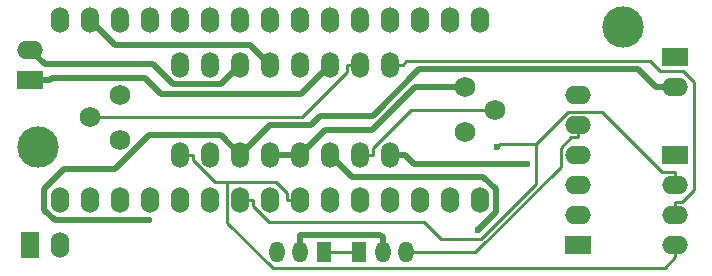
<source format=gbr>
G04 #@! TF.FileFunction,Copper,L1,Top,Signal*
%FSLAX46Y46*%
G04 Gerber Fmt 4.6, Leading zero omitted, Abs format (unit mm)*
G04 Created by KiCad (PCBNEW 0.201506222247+5806~23~ubuntu14.04.1-product) date mar 23 giu 2015 18:59:40 CEST*
%MOMM*%
G01*
G04 APERTURE LIST*
%ADD10C,0.200000*%
%ADD11O,1.501140X2.199640*%
%ADD12C,1.750060*%
%ADD13R,2.199640X1.524000*%
%ADD14O,2.199640X1.524000*%
%ADD15R,1.300000X1.800000*%
%ADD16O,1.300000X1.800000*%
%ADD17C,3.500120*%
%ADD18O,1.524000X2.199640*%
%ADD19O,1.524000X2.197100*%
%ADD20R,1.524000X2.199640*%
%ADD21C,0.600000*%
%ADD22C,0.500000*%
%ADD23C,0.250000*%
G04 APERTURE END LIST*
D10*
D11*
X106680000Y-77470000D03*
X109220000Y-77470000D03*
X111760000Y-77470000D03*
X114300000Y-77470000D03*
X116840000Y-77470000D03*
X119380000Y-77470000D03*
X121920000Y-77470000D03*
X124460000Y-77470000D03*
X124460000Y-69850000D03*
X121920000Y-69850000D03*
X119380000Y-69850000D03*
X116840000Y-69850000D03*
X114300000Y-69850000D03*
X111760000Y-69850000D03*
X109220000Y-69850000D03*
X106680000Y-69850000D03*
D12*
X130810000Y-75565000D03*
X133350000Y-73660000D03*
X130810000Y-71755000D03*
X101600000Y-72390000D03*
X99060000Y-74295000D03*
X101600000Y-76200000D03*
D13*
X148590000Y-69215000D03*
D14*
X148590000Y-71755000D03*
D13*
X148590000Y-77470000D03*
D14*
X148590000Y-80010000D03*
X148590000Y-82550000D03*
X148590000Y-85090000D03*
D13*
X93980000Y-71120000D03*
D14*
X93980000Y-68580000D03*
D15*
X121825000Y-85725000D03*
D16*
X123825000Y-85725000D03*
X125825000Y-85725000D03*
D17*
X94615000Y-76835000D03*
X144145000Y-66675000D03*
D15*
X118840000Y-85725000D03*
D16*
X116840000Y-85725000D03*
X114840000Y-85725000D03*
D18*
X96520000Y-81280000D03*
X99060000Y-81280000D03*
X101600000Y-81280000D03*
X104140000Y-81280000D03*
X106680000Y-81280000D03*
X109220000Y-81280000D03*
X111760000Y-81280000D03*
X114300000Y-81280000D03*
X116840000Y-81280000D03*
X119380000Y-81280000D03*
X121920000Y-81280000D03*
X124460000Y-81280000D03*
X127000000Y-81280000D03*
X129540000Y-81280000D03*
X132080000Y-81280000D03*
X132080000Y-66040000D03*
X129540000Y-66040000D03*
X127000000Y-66040000D03*
X124460000Y-66040000D03*
D19*
X121920000Y-66040000D03*
X119380000Y-66040000D03*
X116840000Y-66040000D03*
X114300000Y-66040000D03*
X111760000Y-66040000D03*
X109220000Y-66040000D03*
X106680000Y-66040000D03*
X104140000Y-66040000D03*
X101600000Y-66040000D03*
X99060000Y-66040000D03*
X96520000Y-66040000D03*
D13*
X140335000Y-85090000D03*
D14*
X140335000Y-82550000D03*
X140335000Y-80010000D03*
X140335000Y-77470000D03*
X140335000Y-74930000D03*
X140335000Y-72390000D03*
D20*
X93980000Y-85090000D03*
D18*
X96520000Y-85090000D03*
D21*
X131867800Y-83863600D03*
X104035700Y-83007400D03*
X136078500Y-78225200D03*
X133539600Y-76809300D03*
D22*
X133419100Y-82312300D02*
X131867800Y-83863600D01*
X133419100Y-80401700D02*
X133419100Y-82312300D01*
X132346800Y-79329400D02*
X133419100Y-80401700D01*
X121239400Y-79329400D02*
X132346800Y-79329400D01*
X119380000Y-77470000D02*
X121239400Y-79329400D01*
D23*
X118840000Y-85725000D02*
X121825000Y-85725000D01*
D22*
X114300000Y-77470000D02*
X115600900Y-77470000D01*
X123825000Y-85725000D02*
X123825000Y-84474800D01*
X123624900Y-84274700D02*
X116840000Y-84274700D01*
X123825000Y-84474800D02*
X123624900Y-84274700D01*
X116840000Y-85725000D02*
X116840000Y-84274700D01*
X101188200Y-68168200D02*
X99060000Y-66040000D01*
X112618200Y-68168200D02*
X101188200Y-68168200D01*
X114300000Y-69850000D02*
X112618200Y-68168200D01*
X115600900Y-77470000D02*
X116840000Y-77470000D01*
X126527000Y-71755000D02*
X130810000Y-71755000D01*
X122911600Y-75370400D02*
X126527000Y-71755000D01*
X118939600Y-75370400D02*
X122911600Y-75370400D01*
X116840000Y-77470000D02*
X118939600Y-75370400D01*
X148590000Y-71755000D02*
X146939800Y-71755000D01*
X110109700Y-75819700D02*
X111760000Y-77470000D01*
X104041500Y-75819700D02*
X110109700Y-75819700D01*
X101178000Y-78683200D02*
X104041500Y-75819700D01*
X96874400Y-78683200D02*
X101178000Y-78683200D01*
X95190800Y-80366800D02*
X96874400Y-78683200D01*
X95190800Y-82154100D02*
X95190800Y-80366800D01*
X96044100Y-83007400D02*
X95190800Y-82154100D01*
X104035700Y-83007400D02*
X96044100Y-83007400D01*
X114259600Y-74970400D02*
X111760000Y-77470000D01*
X117736400Y-74970400D02*
X114259600Y-74970400D01*
X118536700Y-74170100D02*
X117736400Y-74970400D01*
X122980000Y-74170100D02*
X118536700Y-74170100D01*
X126892000Y-70258100D02*
X122980000Y-74170100D01*
X145442900Y-70258100D02*
X126892000Y-70258100D01*
X146939800Y-71755000D02*
X145442900Y-70258100D01*
X95797000Y-70953100D02*
X95630100Y-71120000D01*
X103694700Y-70953100D02*
X95797000Y-70953100D01*
X105045100Y-72303500D02*
X103694700Y-70953100D01*
X116926500Y-72303500D02*
X105045100Y-72303500D01*
X119380000Y-69850000D02*
X116926500Y-72303500D01*
X93980000Y-71120000D02*
X95630100Y-71120000D01*
D23*
X122995900Y-76881600D02*
X122995900Y-77470000D01*
X126217500Y-73660000D02*
X122995900Y-76881600D01*
X133350000Y-73660000D02*
X126217500Y-73660000D01*
X121920000Y-77470000D02*
X122995900Y-77470000D01*
D22*
X124460000Y-77470000D02*
X125760900Y-77470000D01*
X126516100Y-78225200D02*
X125760900Y-77470000D01*
X136078500Y-78225200D02*
X126516100Y-78225200D01*
D23*
X121920000Y-69850000D02*
X120844100Y-69850000D01*
X116987400Y-74295000D02*
X99060000Y-74295000D01*
X120844100Y-70438300D02*
X116987400Y-74295000D01*
X120844100Y-69850000D02*
X120844100Y-70438300D01*
D22*
X95207600Y-69807600D02*
X93980000Y-68580000D01*
X104396400Y-69807600D02*
X95207600Y-69807600D01*
X106090500Y-71501700D02*
X104396400Y-69807600D01*
X110108300Y-71501700D02*
X106090500Y-71501700D01*
X111760000Y-69850000D02*
X110108300Y-71501700D01*
D23*
X116840000Y-81280000D02*
X115752700Y-81280000D01*
X106680000Y-77470000D02*
X107755900Y-77470000D01*
X148590000Y-85090000D02*
X148590000Y-86177300D01*
X114815200Y-79798900D02*
X110670800Y-79798900D01*
X115752700Y-80736400D02*
X114815200Y-79798900D01*
X115752700Y-81280000D02*
X115752700Y-80736400D01*
X110670800Y-83234100D02*
X110670800Y-79798900D01*
X114501100Y-87064400D02*
X110670800Y-83234100D01*
X147702900Y-87064400D02*
X114501100Y-87064400D01*
X148590000Y-86177300D02*
X147702900Y-87064400D01*
X107755900Y-77897000D02*
X107755900Y-77470000D01*
X109657800Y-79798900D02*
X107755900Y-77897000D01*
X110670800Y-79798900D02*
X109657800Y-79798900D01*
X148590000Y-80010000D02*
X148590000Y-78922700D01*
X111760000Y-81280000D02*
X112847300Y-81280000D01*
X139528800Y-73835200D02*
X136789700Y-76574300D01*
X142415200Y-73835200D02*
X139528800Y-73835200D01*
X147502700Y-78922700D02*
X142415200Y-73835200D01*
X148590000Y-78922700D02*
X147502700Y-78922700D01*
X133774600Y-76574300D02*
X133539600Y-76809300D01*
X136789700Y-76574300D02*
X133774600Y-76574300D01*
X112847300Y-81823700D02*
X112847300Y-81280000D01*
X114182700Y-83159100D02*
X112847300Y-81823700D01*
X127352400Y-83159100D02*
X114182700Y-83159100D01*
X128782300Y-84589000D02*
X127352400Y-83159100D01*
X132169000Y-84589000D02*
X128782300Y-84589000D01*
X136803900Y-79954100D02*
X132169000Y-84589000D01*
X136803900Y-76588500D02*
X136803900Y-79954100D01*
X136789700Y-76574300D02*
X136803900Y-76588500D01*
X148590000Y-82550000D02*
X148590000Y-81462700D01*
X124460000Y-69850000D02*
X125535900Y-69850000D01*
X125803200Y-69582700D02*
X125535900Y-69850000D01*
X146468000Y-69582700D02*
X125803200Y-69582700D01*
X147287700Y-70402400D02*
X146468000Y-69582700D01*
X149264100Y-70402400D02*
X147287700Y-70402400D01*
X150165700Y-71304000D02*
X149264100Y-70402400D01*
X150165700Y-80430600D02*
X150165700Y-71304000D01*
X149133600Y-81462700D02*
X150165700Y-80430600D01*
X148590000Y-81462700D02*
X149133600Y-81462700D01*
X131669900Y-85725000D02*
X125825000Y-85725000D01*
X138909700Y-78485200D02*
X131669900Y-85725000D01*
X138909700Y-76899000D02*
X138909700Y-78485200D01*
X139791400Y-76017300D02*
X138909700Y-76899000D01*
X140335000Y-76017300D02*
X139791400Y-76017300D01*
X140335000Y-74930000D02*
X140335000Y-76017300D01*
M02*

</source>
